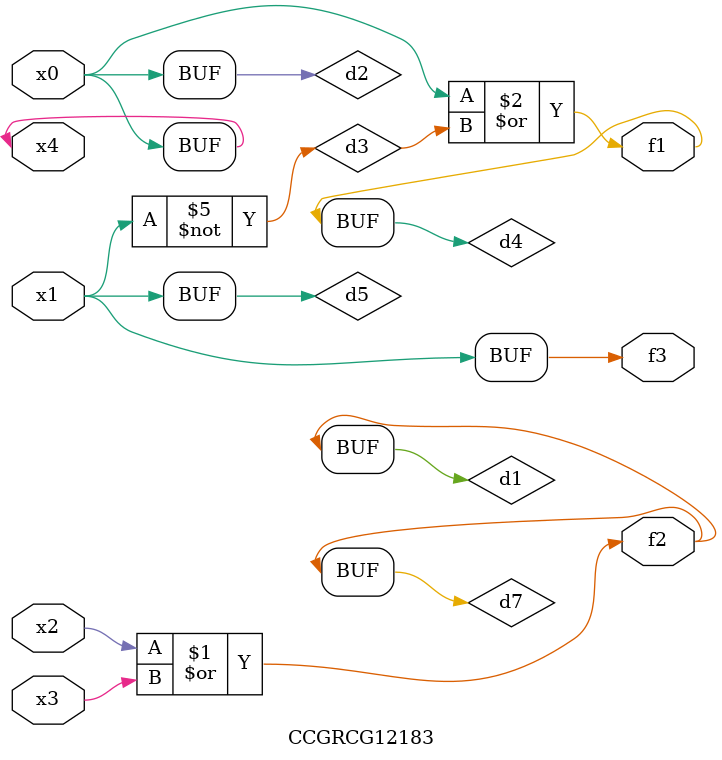
<source format=v>
module CCGRCG12183(
	input x0, x1, x2, x3, x4,
	output f1, f2, f3
);

	wire d1, d2, d3, d4, d5, d6, d7;

	or (d1, x2, x3);
	buf (d2, x0, x4);
	not (d3, x1);
	or (d4, d2, d3);
	not (d5, d3);
	nand (d6, d1, d3);
	or (d7, d1);
	assign f1 = d4;
	assign f2 = d7;
	assign f3 = d5;
endmodule

</source>
